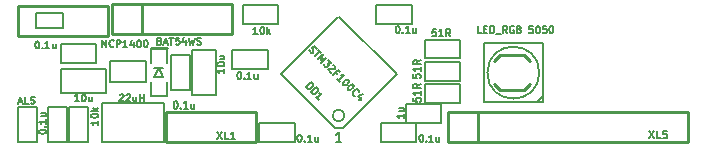
<source format=gto>
G04 (created by PCBNEW (2013-03-19 BZR 4004)-stable) date 24/05/2013 23:59:16*
%MOIN*%
G04 Gerber Fmt 3.4, Leading zero omitted, Abs format*
%FSLAX34Y34*%
G01*
G70*
G90*
G04 APERTURE LIST*
%ADD10C,0.006*%
%ADD11C,0.00787402*%
%ADD12C,0.005*%
%ADD13C,0.01*%
%ADD14C,0.00590551*%
%ADD15C,0.0059*%
%ADD16C,0.00625*%
%ADD17C,0.0063*%
G04 APERTURE END LIST*
G54D10*
G54D11*
X48149Y-41692D02*
X48070Y-41811D01*
X48228Y-42047D02*
X48070Y-42047D01*
X48149Y-41692D02*
X48149Y-42047D01*
G54D12*
X40541Y-40035D02*
X40541Y-39335D01*
X40541Y-39335D02*
X41741Y-39335D01*
X41741Y-39335D02*
X41741Y-40035D01*
X41741Y-40035D02*
X40541Y-40035D01*
X38053Y-37742D02*
X38953Y-37742D01*
X38953Y-37742D02*
X38953Y-38242D01*
X38953Y-38242D02*
X38053Y-38242D01*
X38053Y-38242D02*
X38053Y-37742D01*
G54D13*
X52787Y-42035D02*
X52787Y-41035D01*
X51787Y-42035D02*
X59787Y-42035D01*
X59787Y-42035D02*
X59787Y-41035D01*
X59787Y-41035D02*
X51787Y-41035D01*
X51787Y-41035D02*
X51787Y-42035D01*
X41598Y-37452D02*
X41598Y-38452D01*
X40598Y-37452D02*
X44598Y-37452D01*
X44598Y-37452D02*
X44598Y-38452D01*
X44598Y-38452D02*
X40598Y-38452D01*
X40598Y-38452D02*
X40598Y-37452D01*
X45397Y-42035D02*
X42397Y-42035D01*
X42397Y-42035D02*
X42397Y-41035D01*
X42397Y-41035D02*
X45397Y-41035D01*
X45397Y-41035D02*
X45397Y-42035D01*
X37476Y-37492D02*
X40476Y-37492D01*
X40476Y-37492D02*
X40476Y-38492D01*
X40476Y-38492D02*
X37476Y-38492D01*
X37476Y-38492D02*
X37476Y-37492D01*
G54D14*
X51023Y-39685D02*
X51023Y-39370D01*
X51023Y-39370D02*
X52204Y-39370D01*
X52204Y-39370D02*
X52204Y-40000D01*
X52204Y-40000D02*
X51023Y-40000D01*
X51023Y-40000D02*
X51023Y-39685D01*
X44960Y-37795D02*
X44960Y-37480D01*
X44960Y-37480D02*
X46141Y-37480D01*
X46141Y-37480D02*
X46141Y-38110D01*
X46141Y-38110D02*
X44960Y-38110D01*
X44960Y-38110D02*
X44960Y-37795D01*
X51023Y-38937D02*
X51023Y-38622D01*
X51023Y-38622D02*
X52204Y-38622D01*
X52204Y-38622D02*
X52204Y-39251D01*
X52204Y-39251D02*
X51023Y-39251D01*
X51023Y-39251D02*
X51023Y-38937D01*
X51023Y-40433D02*
X51023Y-40118D01*
X51023Y-40118D02*
X52204Y-40118D01*
X52204Y-40118D02*
X52204Y-40748D01*
X52204Y-40748D02*
X51023Y-40748D01*
X51023Y-40748D02*
X51023Y-40433D01*
X37795Y-40866D02*
X38110Y-40866D01*
X38110Y-40866D02*
X38110Y-42047D01*
X38110Y-42047D02*
X37480Y-42047D01*
X37480Y-42047D02*
X37480Y-40866D01*
X37480Y-40866D02*
X37795Y-40866D01*
X39488Y-42047D02*
X39173Y-42047D01*
X39173Y-42047D02*
X39173Y-40866D01*
X39173Y-40866D02*
X39803Y-40866D01*
X39803Y-40866D02*
X39803Y-42047D01*
X39803Y-42047D02*
X39488Y-42047D01*
G54D12*
X48163Y-37857D02*
X50084Y-39777D01*
X50084Y-39777D02*
X48288Y-41573D01*
X48274Y-41559D02*
X48024Y-41559D01*
X48024Y-41559D02*
X46229Y-39763D01*
X46229Y-39763D02*
X48136Y-37856D01*
X48346Y-41155D02*
G75*
G03X48346Y-41155I-196J0D01*
G74*
G01*
G54D15*
X54960Y-40511D02*
X54763Y-40708D01*
X54842Y-39724D02*
G75*
G03X54842Y-39724I-866J0D01*
G74*
G01*
X54960Y-38740D02*
X54960Y-40708D01*
X54960Y-40708D02*
X52992Y-40708D01*
X52992Y-40708D02*
X52992Y-38740D01*
X52992Y-38740D02*
X54960Y-38740D01*
G54D13*
X53543Y-40315D02*
X54331Y-40315D01*
X54331Y-40315D02*
X54528Y-40118D01*
X53346Y-40118D02*
X53543Y-40315D01*
X54528Y-39330D02*
X54331Y-39133D01*
X54331Y-39133D02*
X53543Y-39133D01*
X53543Y-39133D02*
X53346Y-39330D01*
G54D14*
X42322Y-41377D02*
X42322Y-42027D01*
X42322Y-42027D02*
X40275Y-42027D01*
X40275Y-42027D02*
X40275Y-40728D01*
X40275Y-40728D02*
X42322Y-40728D01*
X42322Y-40728D02*
X42322Y-41456D01*
G54D15*
X42015Y-39574D02*
X42315Y-39574D01*
X42165Y-39874D02*
X42315Y-39874D01*
X42315Y-39874D02*
X42165Y-39574D01*
X42165Y-39574D02*
X42015Y-39874D01*
X42015Y-39874D02*
X42165Y-39874D01*
G54D12*
X42441Y-38937D02*
X42441Y-38897D01*
G54D13*
X42441Y-38897D02*
X41889Y-38897D01*
G54D12*
X41889Y-38897D02*
X41889Y-38937D01*
X42441Y-39409D02*
X42441Y-38937D01*
X41889Y-38937D02*
X41889Y-39409D01*
X42441Y-40039D02*
X42441Y-40511D01*
X42441Y-40511D02*
X41889Y-40511D01*
X41889Y-40511D02*
X41889Y-40039D01*
G54D14*
X38889Y-39615D02*
X40385Y-39615D01*
X40385Y-39615D02*
X40385Y-40402D01*
X40385Y-40402D02*
X38889Y-40402D01*
X38889Y-40402D02*
X38889Y-39615D01*
X44055Y-38976D02*
X44055Y-40472D01*
X44055Y-40472D02*
X43267Y-40472D01*
X43267Y-40472D02*
X43267Y-38976D01*
X43267Y-38976D02*
X44055Y-38976D01*
X38885Y-39095D02*
X38885Y-38780D01*
X38885Y-38780D02*
X40066Y-38780D01*
X40066Y-38780D02*
X40066Y-39410D01*
X40066Y-39410D02*
X38885Y-39410D01*
X38885Y-39410D02*
X38885Y-39095D01*
X42874Y-39133D02*
X43188Y-39133D01*
X43188Y-39133D02*
X43188Y-40314D01*
X43188Y-40314D02*
X42559Y-40314D01*
X42559Y-40314D02*
X42559Y-39133D01*
X42559Y-39133D02*
X42874Y-39133D01*
X49409Y-37795D02*
X49409Y-37480D01*
X49409Y-37480D02*
X50590Y-37480D01*
X50590Y-37480D02*
X50590Y-38110D01*
X50590Y-38110D02*
X49409Y-38110D01*
X49409Y-38110D02*
X49409Y-37795D01*
X45787Y-39291D02*
X45787Y-39606D01*
X45787Y-39606D02*
X44606Y-39606D01*
X44606Y-39606D02*
X44606Y-38976D01*
X44606Y-38976D02*
X45787Y-38976D01*
X45787Y-38976D02*
X45787Y-39291D01*
X46692Y-41732D02*
X46692Y-42047D01*
X46692Y-42047D02*
X45511Y-42047D01*
X45511Y-42047D02*
X45511Y-41417D01*
X45511Y-41417D02*
X46692Y-41417D01*
X46692Y-41417D02*
X46692Y-41732D01*
X49566Y-41732D02*
X49566Y-41417D01*
X49566Y-41417D02*
X50748Y-41417D01*
X50748Y-41417D02*
X50748Y-42047D01*
X50748Y-42047D02*
X49566Y-42047D01*
X49566Y-42047D02*
X49566Y-41732D01*
X50393Y-41102D02*
X50393Y-40787D01*
X50393Y-40787D02*
X51574Y-40787D01*
X51574Y-40787D02*
X51574Y-41417D01*
X51574Y-41417D02*
X50393Y-41417D01*
X50393Y-41417D02*
X50393Y-41102D01*
X38779Y-42047D02*
X38464Y-42047D01*
X38464Y-42047D02*
X38464Y-40866D01*
X38464Y-40866D02*
X39094Y-40866D01*
X39094Y-40866D02*
X39094Y-42047D01*
X39094Y-42047D02*
X38779Y-42047D01*
X40269Y-38875D02*
X40269Y-38638D01*
X40404Y-38875D01*
X40404Y-38638D01*
X40652Y-38852D02*
X40641Y-38863D01*
X40607Y-38875D01*
X40584Y-38875D01*
X40551Y-38863D01*
X40528Y-38841D01*
X40517Y-38818D01*
X40506Y-38773D01*
X40506Y-38740D01*
X40517Y-38695D01*
X40528Y-38672D01*
X40551Y-38650D01*
X40584Y-38638D01*
X40607Y-38638D01*
X40641Y-38650D01*
X40652Y-38661D01*
X40753Y-38875D02*
X40753Y-38638D01*
X40843Y-38638D01*
X40866Y-38650D01*
X40877Y-38661D01*
X40888Y-38683D01*
X40888Y-38717D01*
X40877Y-38740D01*
X40866Y-38751D01*
X40843Y-38762D01*
X40753Y-38762D01*
X41113Y-38875D02*
X40978Y-38875D01*
X41046Y-38875D02*
X41046Y-38638D01*
X41023Y-38672D01*
X41001Y-38695D01*
X40978Y-38706D01*
X41316Y-38717D02*
X41316Y-38875D01*
X41259Y-38627D02*
X41203Y-38796D01*
X41349Y-38796D01*
X41484Y-38638D02*
X41507Y-38638D01*
X41529Y-38650D01*
X41541Y-38661D01*
X41552Y-38683D01*
X41563Y-38728D01*
X41563Y-38785D01*
X41552Y-38830D01*
X41541Y-38852D01*
X41529Y-38863D01*
X41507Y-38875D01*
X41484Y-38875D01*
X41462Y-38863D01*
X41451Y-38852D01*
X41439Y-38830D01*
X41428Y-38785D01*
X41428Y-38728D01*
X41439Y-38683D01*
X41451Y-38661D01*
X41462Y-38650D01*
X41484Y-38638D01*
X41709Y-38638D02*
X41732Y-38638D01*
X41754Y-38650D01*
X41766Y-38661D01*
X41777Y-38683D01*
X41788Y-38728D01*
X41788Y-38785D01*
X41777Y-38830D01*
X41766Y-38852D01*
X41754Y-38863D01*
X41732Y-38875D01*
X41709Y-38875D01*
X41687Y-38863D01*
X41676Y-38852D01*
X41664Y-38830D01*
X41653Y-38785D01*
X41653Y-38728D01*
X41664Y-38683D01*
X41676Y-38661D01*
X41687Y-38650D01*
X41709Y-38638D01*
G54D16*
X58515Y-41662D02*
X58681Y-41912D01*
X58681Y-41662D02*
X58515Y-41912D01*
X58896Y-41912D02*
X58777Y-41912D01*
X58777Y-41662D01*
X59098Y-41662D02*
X58979Y-41662D01*
X58967Y-41781D01*
X58979Y-41769D01*
X59003Y-41757D01*
X59062Y-41757D01*
X59086Y-41769D01*
X59098Y-41781D01*
X59110Y-41805D01*
X59110Y-41864D01*
X59098Y-41888D01*
X59086Y-41900D01*
X59062Y-41912D01*
X59003Y-41912D01*
X58979Y-41900D01*
X58967Y-41888D01*
G54D17*
G54D16*
X44105Y-41701D02*
X44272Y-41951D01*
X44272Y-41701D02*
X44105Y-41951D01*
X44486Y-41951D02*
X44367Y-41951D01*
X44367Y-41701D01*
X44701Y-41951D02*
X44558Y-41951D01*
X44629Y-41951D02*
X44629Y-41701D01*
X44605Y-41737D01*
X44582Y-41761D01*
X44558Y-41773D01*
G54D17*
G54D14*
X50646Y-39780D02*
X50646Y-39893D01*
X50759Y-39904D01*
X50748Y-39893D01*
X50736Y-39870D01*
X50736Y-39814D01*
X50748Y-39791D01*
X50759Y-39780D01*
X50781Y-39769D01*
X50838Y-39769D01*
X50860Y-39780D01*
X50871Y-39791D01*
X50883Y-39814D01*
X50883Y-39870D01*
X50871Y-39893D01*
X50860Y-39904D01*
X50883Y-39544D02*
X50883Y-39679D01*
X50883Y-39611D02*
X50646Y-39611D01*
X50680Y-39634D01*
X50703Y-39656D01*
X50714Y-39679D01*
X50883Y-39308D02*
X50770Y-39386D01*
X50883Y-39443D02*
X50646Y-39443D01*
X50646Y-39353D01*
X50658Y-39330D01*
X50669Y-39319D01*
X50691Y-39308D01*
X50725Y-39308D01*
X50748Y-39319D01*
X50759Y-39330D01*
X50770Y-39353D01*
X50770Y-39443D01*
X45449Y-38441D02*
X45314Y-38441D01*
X45382Y-38441D02*
X45382Y-38205D01*
X45359Y-38239D01*
X45337Y-38261D01*
X45314Y-38273D01*
X45595Y-38205D02*
X45618Y-38205D01*
X45640Y-38216D01*
X45652Y-38228D01*
X45663Y-38250D01*
X45674Y-38295D01*
X45674Y-38351D01*
X45663Y-38396D01*
X45652Y-38419D01*
X45640Y-38430D01*
X45618Y-38441D01*
X45595Y-38441D01*
X45573Y-38430D01*
X45562Y-38419D01*
X45550Y-38396D01*
X45539Y-38351D01*
X45539Y-38295D01*
X45550Y-38250D01*
X45562Y-38228D01*
X45573Y-38216D01*
X45595Y-38205D01*
X45775Y-38441D02*
X45775Y-38205D01*
X45798Y-38351D02*
X45865Y-38441D01*
X45865Y-38284D02*
X45775Y-38374D01*
X51400Y-38284D02*
X51287Y-38284D01*
X51276Y-38397D01*
X51287Y-38385D01*
X51310Y-38374D01*
X51366Y-38374D01*
X51389Y-38385D01*
X51400Y-38397D01*
X51411Y-38419D01*
X51411Y-38475D01*
X51400Y-38498D01*
X51389Y-38509D01*
X51366Y-38520D01*
X51310Y-38520D01*
X51287Y-38509D01*
X51276Y-38498D01*
X51636Y-38520D02*
X51501Y-38520D01*
X51569Y-38520D02*
X51569Y-38284D01*
X51546Y-38318D01*
X51524Y-38340D01*
X51501Y-38352D01*
X51872Y-38520D02*
X51794Y-38408D01*
X51737Y-38520D02*
X51737Y-38284D01*
X51827Y-38284D01*
X51850Y-38295D01*
X51861Y-38307D01*
X51872Y-38329D01*
X51872Y-38363D01*
X51861Y-38385D01*
X51850Y-38397D01*
X51827Y-38408D01*
X51737Y-38408D01*
X50646Y-40568D02*
X50646Y-40680D01*
X50759Y-40691D01*
X50748Y-40680D01*
X50736Y-40658D01*
X50736Y-40601D01*
X50748Y-40579D01*
X50759Y-40568D01*
X50781Y-40556D01*
X50838Y-40556D01*
X50860Y-40568D01*
X50871Y-40579D01*
X50883Y-40601D01*
X50883Y-40658D01*
X50871Y-40680D01*
X50860Y-40691D01*
X50883Y-40331D02*
X50883Y-40466D01*
X50883Y-40399D02*
X50646Y-40399D01*
X50680Y-40421D01*
X50703Y-40444D01*
X50714Y-40466D01*
X50883Y-40095D02*
X50770Y-40174D01*
X50883Y-40230D02*
X50646Y-40230D01*
X50646Y-40140D01*
X50658Y-40118D01*
X50669Y-40106D01*
X50691Y-40095D01*
X50725Y-40095D01*
X50748Y-40106D01*
X50759Y-40118D01*
X50770Y-40140D01*
X50770Y-40230D01*
X37491Y-40697D02*
X37604Y-40697D01*
X37469Y-40764D02*
X37547Y-40528D01*
X37626Y-40764D01*
X37817Y-40764D02*
X37705Y-40764D01*
X37705Y-40528D01*
X37885Y-40753D02*
X37919Y-40764D01*
X37975Y-40764D01*
X37997Y-40753D01*
X38008Y-40742D01*
X38020Y-40719D01*
X38020Y-40697D01*
X38008Y-40674D01*
X37997Y-40663D01*
X37975Y-40652D01*
X37930Y-40641D01*
X37907Y-40629D01*
X37896Y-40618D01*
X37885Y-40596D01*
X37885Y-40573D01*
X37896Y-40551D01*
X37907Y-40539D01*
X37930Y-40528D01*
X37986Y-40528D01*
X38020Y-40539D01*
X40134Y-41321D02*
X40134Y-41456D01*
X40134Y-41389D02*
X39898Y-41389D01*
X39932Y-41411D01*
X39955Y-41434D01*
X39966Y-41456D01*
X39898Y-41175D02*
X39898Y-41152D01*
X39910Y-41130D01*
X39921Y-41119D01*
X39943Y-41107D01*
X39988Y-41096D01*
X40044Y-41096D01*
X40089Y-41107D01*
X40112Y-41119D01*
X40123Y-41130D01*
X40134Y-41152D01*
X40134Y-41175D01*
X40123Y-41197D01*
X40112Y-41209D01*
X40089Y-41220D01*
X40044Y-41231D01*
X39988Y-41231D01*
X39943Y-41220D01*
X39921Y-41209D01*
X39910Y-41197D01*
X39898Y-41175D01*
X40134Y-40995D02*
X39898Y-40995D01*
X40044Y-40973D02*
X40134Y-40905D01*
X39977Y-40905D02*
X40067Y-40995D01*
G54D15*
X47068Y-40209D02*
X47235Y-40042D01*
X47275Y-40082D01*
X47291Y-40114D01*
X47291Y-40145D01*
X47283Y-40169D01*
X47259Y-40209D01*
X47235Y-40233D01*
X47195Y-40257D01*
X47171Y-40265D01*
X47140Y-40265D01*
X47108Y-40249D01*
X47068Y-40209D01*
X47235Y-40376D02*
X47402Y-40209D01*
X47442Y-40249D01*
X47458Y-40281D01*
X47458Y-40312D01*
X47450Y-40336D01*
X47426Y-40376D01*
X47402Y-40400D01*
X47362Y-40424D01*
X47338Y-40431D01*
X47307Y-40431D01*
X47275Y-40416D01*
X47235Y-40376D01*
X47489Y-40630D02*
X47394Y-40535D01*
X47442Y-40582D02*
X47609Y-40416D01*
X47569Y-40424D01*
X47537Y-40424D01*
X47513Y-40416D01*
X47172Y-38985D02*
X47188Y-39016D01*
X47228Y-39056D01*
X47252Y-39064D01*
X47268Y-39064D01*
X47292Y-39056D01*
X47307Y-39040D01*
X47315Y-39016D01*
X47315Y-39000D01*
X47307Y-38977D01*
X47284Y-38937D01*
X47276Y-38913D01*
X47276Y-38897D01*
X47284Y-38873D01*
X47300Y-38857D01*
X47323Y-38849D01*
X47339Y-38849D01*
X47363Y-38857D01*
X47403Y-38897D01*
X47419Y-38929D01*
X47474Y-38969D02*
X47570Y-39064D01*
X47355Y-39183D02*
X47522Y-39016D01*
X47458Y-39286D02*
X47625Y-39120D01*
X47562Y-39294D01*
X47737Y-39231D01*
X47570Y-39398D01*
X47800Y-39294D02*
X47903Y-39398D01*
X47784Y-39406D01*
X47808Y-39430D01*
X47816Y-39453D01*
X47816Y-39469D01*
X47808Y-39493D01*
X47768Y-39533D01*
X47745Y-39541D01*
X47729Y-39541D01*
X47705Y-39533D01*
X47657Y-39485D01*
X47649Y-39461D01*
X47649Y-39445D01*
X47951Y-39477D02*
X47967Y-39477D01*
X47991Y-39485D01*
X48031Y-39525D01*
X48039Y-39549D01*
X48039Y-39565D01*
X48031Y-39588D01*
X48015Y-39604D01*
X47983Y-39620D01*
X47792Y-39620D01*
X47896Y-39724D01*
X48110Y-39763D02*
X48054Y-39708D01*
X47967Y-39795D02*
X48134Y-39628D01*
X48213Y-39708D01*
X48198Y-40026D02*
X48102Y-39930D01*
X48150Y-39978D02*
X48317Y-39811D01*
X48277Y-39819D01*
X48245Y-39819D01*
X48221Y-39811D01*
X48468Y-39962D02*
X48484Y-39978D01*
X48492Y-40002D01*
X48492Y-40018D01*
X48484Y-40041D01*
X48460Y-40081D01*
X48420Y-40121D01*
X48380Y-40145D01*
X48356Y-40153D01*
X48341Y-40153D01*
X48317Y-40145D01*
X48301Y-40129D01*
X48293Y-40105D01*
X48293Y-40089D01*
X48301Y-40065D01*
X48325Y-40026D01*
X48364Y-39986D01*
X48404Y-39962D01*
X48428Y-39954D01*
X48444Y-39954D01*
X48468Y-39962D01*
X48627Y-40121D02*
X48643Y-40137D01*
X48650Y-40161D01*
X48650Y-40176D01*
X48643Y-40200D01*
X48619Y-40240D01*
X48579Y-40280D01*
X48539Y-40304D01*
X48515Y-40312D01*
X48499Y-40312D01*
X48476Y-40304D01*
X48460Y-40288D01*
X48452Y-40264D01*
X48452Y-40248D01*
X48460Y-40224D01*
X48484Y-40184D01*
X48523Y-40145D01*
X48563Y-40121D01*
X48587Y-40113D01*
X48603Y-40113D01*
X48627Y-40121D01*
X48698Y-40494D02*
X48682Y-40494D01*
X48650Y-40478D01*
X48635Y-40463D01*
X48619Y-40431D01*
X48619Y-40399D01*
X48627Y-40375D01*
X48650Y-40335D01*
X48674Y-40312D01*
X48714Y-40288D01*
X48738Y-40280D01*
X48770Y-40280D01*
X48801Y-40296D01*
X48817Y-40312D01*
X48833Y-40343D01*
X48833Y-40359D01*
X48937Y-40542D02*
X48825Y-40653D01*
X48960Y-40439D02*
X48801Y-40518D01*
X48905Y-40622D01*
X52920Y-38402D02*
X52807Y-38402D01*
X52807Y-38166D01*
X52998Y-38278D02*
X53077Y-38278D01*
X53111Y-38402D02*
X52998Y-38402D01*
X52998Y-38166D01*
X53111Y-38166D01*
X53212Y-38402D02*
X53212Y-38166D01*
X53268Y-38166D01*
X53302Y-38177D01*
X53324Y-38200D01*
X53335Y-38222D01*
X53347Y-38267D01*
X53347Y-38301D01*
X53335Y-38346D01*
X53324Y-38368D01*
X53302Y-38391D01*
X53268Y-38402D01*
X53212Y-38402D01*
X53392Y-38425D02*
X53571Y-38425D01*
X53762Y-38402D02*
X53684Y-38290D01*
X53628Y-38402D02*
X53628Y-38166D01*
X53717Y-38166D01*
X53740Y-38177D01*
X53751Y-38189D01*
X53762Y-38211D01*
X53762Y-38245D01*
X53751Y-38267D01*
X53740Y-38278D01*
X53717Y-38290D01*
X53628Y-38290D01*
X53987Y-38177D02*
X53965Y-38166D01*
X53931Y-38166D01*
X53897Y-38177D01*
X53875Y-38200D01*
X53864Y-38222D01*
X53852Y-38267D01*
X53852Y-38301D01*
X53864Y-38346D01*
X53875Y-38368D01*
X53897Y-38391D01*
X53931Y-38402D01*
X53953Y-38402D01*
X53987Y-38391D01*
X53998Y-38380D01*
X53998Y-38301D01*
X53953Y-38301D01*
X54178Y-38278D02*
X54212Y-38290D01*
X54223Y-38301D01*
X54234Y-38323D01*
X54234Y-38357D01*
X54223Y-38380D01*
X54212Y-38391D01*
X54189Y-38402D01*
X54100Y-38402D01*
X54100Y-38166D01*
X54178Y-38166D01*
X54201Y-38177D01*
X54212Y-38189D01*
X54223Y-38211D01*
X54223Y-38234D01*
X54212Y-38256D01*
X54201Y-38267D01*
X54178Y-38278D01*
X54100Y-38278D01*
X54628Y-38166D02*
X54515Y-38166D01*
X54504Y-38278D01*
X54515Y-38267D01*
X54538Y-38256D01*
X54594Y-38256D01*
X54617Y-38267D01*
X54628Y-38278D01*
X54639Y-38301D01*
X54639Y-38357D01*
X54628Y-38380D01*
X54617Y-38391D01*
X54594Y-38402D01*
X54538Y-38402D01*
X54515Y-38391D01*
X54504Y-38380D01*
X54785Y-38166D02*
X54808Y-38166D01*
X54830Y-38177D01*
X54841Y-38189D01*
X54853Y-38211D01*
X54864Y-38256D01*
X54864Y-38312D01*
X54853Y-38357D01*
X54841Y-38380D01*
X54830Y-38391D01*
X54808Y-38402D01*
X54785Y-38402D01*
X54763Y-38391D01*
X54751Y-38380D01*
X54740Y-38357D01*
X54729Y-38312D01*
X54729Y-38256D01*
X54740Y-38211D01*
X54751Y-38189D01*
X54763Y-38177D01*
X54785Y-38166D01*
X55077Y-38166D02*
X54965Y-38166D01*
X54954Y-38278D01*
X54965Y-38267D01*
X54987Y-38256D01*
X55044Y-38256D01*
X55066Y-38267D01*
X55077Y-38278D01*
X55089Y-38301D01*
X55089Y-38357D01*
X55077Y-38380D01*
X55066Y-38391D01*
X55044Y-38402D01*
X54987Y-38402D01*
X54965Y-38391D01*
X54954Y-38380D01*
X55235Y-38166D02*
X55257Y-38166D01*
X55280Y-38177D01*
X55291Y-38189D01*
X55302Y-38211D01*
X55313Y-38256D01*
X55313Y-38312D01*
X55302Y-38357D01*
X55291Y-38380D01*
X55280Y-38391D01*
X55257Y-38402D01*
X55235Y-38402D01*
X55212Y-38391D01*
X55201Y-38380D01*
X55190Y-38357D01*
X55178Y-38312D01*
X55178Y-38256D01*
X55190Y-38211D01*
X55201Y-38189D01*
X55212Y-38177D01*
X55235Y-38166D01*
G54D14*
X40849Y-40472D02*
X40860Y-40461D01*
X40883Y-40449D01*
X40939Y-40449D01*
X40961Y-40461D01*
X40973Y-40472D01*
X40984Y-40494D01*
X40984Y-40517D01*
X40973Y-40551D01*
X40838Y-40686D01*
X40984Y-40686D01*
X41074Y-40472D02*
X41085Y-40461D01*
X41107Y-40449D01*
X41164Y-40449D01*
X41186Y-40461D01*
X41197Y-40472D01*
X41209Y-40494D01*
X41209Y-40517D01*
X41197Y-40551D01*
X41062Y-40686D01*
X41209Y-40686D01*
X41411Y-40528D02*
X41411Y-40686D01*
X41310Y-40528D02*
X41310Y-40652D01*
X41321Y-40674D01*
X41344Y-40686D01*
X41377Y-40686D01*
X41400Y-40674D01*
X41411Y-40663D01*
X41524Y-40686D02*
X41524Y-40449D01*
X41524Y-40562D02*
X41659Y-40562D01*
X41659Y-40686D02*
X41659Y-40449D01*
G54D15*
X42188Y-38672D02*
X42222Y-38683D01*
X42233Y-38695D01*
X42244Y-38717D01*
X42244Y-38751D01*
X42233Y-38773D01*
X42222Y-38785D01*
X42199Y-38796D01*
X42109Y-38796D01*
X42109Y-38560D01*
X42188Y-38560D01*
X42210Y-38571D01*
X42222Y-38582D01*
X42233Y-38605D01*
X42233Y-38627D01*
X42222Y-38650D01*
X42210Y-38661D01*
X42188Y-38672D01*
X42109Y-38672D01*
X42334Y-38728D02*
X42446Y-38728D01*
X42312Y-38796D02*
X42390Y-38560D01*
X42469Y-38796D01*
X42514Y-38560D02*
X42649Y-38560D01*
X42581Y-38796D02*
X42581Y-38560D01*
X42840Y-38560D02*
X42727Y-38560D01*
X42716Y-38672D01*
X42727Y-38661D01*
X42750Y-38650D01*
X42806Y-38650D01*
X42829Y-38661D01*
X42840Y-38672D01*
X42851Y-38695D01*
X42851Y-38751D01*
X42840Y-38773D01*
X42829Y-38785D01*
X42806Y-38796D01*
X42750Y-38796D01*
X42727Y-38785D01*
X42716Y-38773D01*
X43053Y-38638D02*
X43053Y-38796D01*
X42997Y-38549D02*
X42941Y-38717D01*
X43087Y-38717D01*
X43154Y-38560D02*
X43211Y-38796D01*
X43256Y-38627D01*
X43301Y-38796D01*
X43357Y-38560D01*
X43435Y-38785D02*
X43469Y-38796D01*
X43525Y-38796D01*
X43548Y-38785D01*
X43559Y-38773D01*
X43570Y-38751D01*
X43570Y-38728D01*
X43559Y-38706D01*
X43548Y-38695D01*
X43525Y-38683D01*
X43480Y-38672D01*
X43458Y-38661D01*
X43447Y-38650D01*
X43435Y-38627D01*
X43435Y-38605D01*
X43447Y-38582D01*
X43458Y-38571D01*
X43480Y-38560D01*
X43537Y-38560D01*
X43570Y-38571D01*
G54D14*
X39493Y-40686D02*
X39358Y-40686D01*
X39426Y-40686D02*
X39426Y-40449D01*
X39403Y-40483D01*
X39381Y-40506D01*
X39358Y-40517D01*
X39640Y-40449D02*
X39662Y-40449D01*
X39685Y-40461D01*
X39696Y-40472D01*
X39707Y-40494D01*
X39718Y-40539D01*
X39718Y-40596D01*
X39707Y-40641D01*
X39696Y-40663D01*
X39685Y-40674D01*
X39662Y-40686D01*
X39640Y-40686D01*
X39617Y-40674D01*
X39606Y-40663D01*
X39595Y-40641D01*
X39583Y-40596D01*
X39583Y-40539D01*
X39595Y-40494D01*
X39606Y-40472D01*
X39617Y-40461D01*
X39640Y-40449D01*
X39921Y-40528D02*
X39921Y-40686D01*
X39820Y-40528D02*
X39820Y-40652D01*
X39831Y-40674D01*
X39853Y-40686D01*
X39887Y-40686D01*
X39910Y-40674D01*
X39921Y-40663D01*
X44347Y-39600D02*
X44347Y-39735D01*
X44347Y-39668D02*
X44111Y-39668D01*
X44145Y-39690D01*
X44167Y-39713D01*
X44178Y-39735D01*
X44111Y-39454D02*
X44111Y-39431D01*
X44122Y-39409D01*
X44133Y-39398D01*
X44156Y-39386D01*
X44201Y-39375D01*
X44257Y-39375D01*
X44302Y-39386D01*
X44325Y-39398D01*
X44336Y-39409D01*
X44347Y-39431D01*
X44347Y-39454D01*
X44336Y-39476D01*
X44325Y-39488D01*
X44302Y-39499D01*
X44257Y-39510D01*
X44201Y-39510D01*
X44156Y-39499D01*
X44133Y-39488D01*
X44122Y-39476D01*
X44111Y-39454D01*
X44190Y-39173D02*
X44347Y-39173D01*
X44190Y-39274D02*
X44313Y-39274D01*
X44336Y-39263D01*
X44347Y-39240D01*
X44347Y-39206D01*
X44336Y-39184D01*
X44325Y-39173D01*
X38098Y-38678D02*
X38121Y-38678D01*
X38143Y-38689D01*
X38155Y-38700D01*
X38166Y-38723D01*
X38177Y-38768D01*
X38177Y-38824D01*
X38166Y-38869D01*
X38155Y-38892D01*
X38143Y-38903D01*
X38121Y-38914D01*
X38098Y-38914D01*
X38076Y-38903D01*
X38065Y-38892D01*
X38053Y-38869D01*
X38042Y-38824D01*
X38042Y-38768D01*
X38053Y-38723D01*
X38065Y-38700D01*
X38076Y-38689D01*
X38098Y-38678D01*
X38278Y-38892D02*
X38290Y-38903D01*
X38278Y-38914D01*
X38267Y-38903D01*
X38278Y-38892D01*
X38278Y-38914D01*
X38515Y-38914D02*
X38380Y-38914D01*
X38447Y-38914D02*
X38447Y-38678D01*
X38425Y-38712D01*
X38402Y-38734D01*
X38380Y-38745D01*
X38717Y-38757D02*
X38717Y-38914D01*
X38616Y-38757D02*
X38616Y-38880D01*
X38627Y-38903D01*
X38650Y-38914D01*
X38683Y-38914D01*
X38706Y-38903D01*
X38717Y-38892D01*
X42705Y-40686D02*
X42727Y-40686D01*
X42750Y-40697D01*
X42761Y-40708D01*
X42772Y-40731D01*
X42784Y-40776D01*
X42784Y-40832D01*
X42772Y-40877D01*
X42761Y-40899D01*
X42750Y-40911D01*
X42727Y-40922D01*
X42705Y-40922D01*
X42682Y-40911D01*
X42671Y-40899D01*
X42660Y-40877D01*
X42649Y-40832D01*
X42649Y-40776D01*
X42660Y-40731D01*
X42671Y-40708D01*
X42682Y-40697D01*
X42705Y-40686D01*
X42885Y-40899D02*
X42896Y-40911D01*
X42885Y-40922D01*
X42874Y-40911D01*
X42885Y-40899D01*
X42885Y-40922D01*
X43121Y-40922D02*
X42986Y-40922D01*
X43053Y-40922D02*
X43053Y-40686D01*
X43031Y-40719D01*
X43008Y-40742D01*
X42986Y-40753D01*
X43323Y-40764D02*
X43323Y-40922D01*
X43222Y-40764D02*
X43222Y-40888D01*
X43233Y-40911D01*
X43256Y-40922D01*
X43290Y-40922D01*
X43312Y-40911D01*
X43323Y-40899D01*
X50106Y-38166D02*
X50129Y-38166D01*
X50151Y-38177D01*
X50163Y-38188D01*
X50174Y-38211D01*
X50185Y-38256D01*
X50185Y-38312D01*
X50174Y-38357D01*
X50163Y-38380D01*
X50151Y-38391D01*
X50129Y-38402D01*
X50106Y-38402D01*
X50084Y-38391D01*
X50073Y-38380D01*
X50061Y-38357D01*
X50050Y-38312D01*
X50050Y-38256D01*
X50061Y-38211D01*
X50073Y-38188D01*
X50084Y-38177D01*
X50106Y-38166D01*
X50286Y-38380D02*
X50298Y-38391D01*
X50286Y-38402D01*
X50275Y-38391D01*
X50286Y-38380D01*
X50286Y-38402D01*
X50523Y-38402D02*
X50388Y-38402D01*
X50455Y-38402D02*
X50455Y-38166D01*
X50433Y-38200D01*
X50410Y-38222D01*
X50388Y-38233D01*
X50725Y-38245D02*
X50725Y-38402D01*
X50624Y-38245D02*
X50624Y-38368D01*
X50635Y-38391D01*
X50658Y-38402D01*
X50691Y-38402D01*
X50714Y-38391D01*
X50725Y-38380D01*
X44831Y-39701D02*
X44853Y-39701D01*
X44876Y-39713D01*
X44887Y-39724D01*
X44898Y-39746D01*
X44910Y-39791D01*
X44910Y-39848D01*
X44898Y-39893D01*
X44887Y-39915D01*
X44876Y-39926D01*
X44853Y-39938D01*
X44831Y-39938D01*
X44808Y-39926D01*
X44797Y-39915D01*
X44786Y-39893D01*
X44775Y-39848D01*
X44775Y-39791D01*
X44786Y-39746D01*
X44797Y-39724D01*
X44808Y-39713D01*
X44831Y-39701D01*
X45011Y-39915D02*
X45022Y-39926D01*
X45011Y-39938D01*
X45000Y-39926D01*
X45011Y-39915D01*
X45011Y-39938D01*
X45247Y-39938D02*
X45112Y-39938D01*
X45179Y-39938D02*
X45179Y-39701D01*
X45157Y-39735D01*
X45134Y-39758D01*
X45112Y-39769D01*
X45449Y-39780D02*
X45449Y-39938D01*
X45348Y-39780D02*
X45348Y-39904D01*
X45359Y-39926D01*
X45382Y-39938D01*
X45416Y-39938D01*
X45438Y-39926D01*
X45449Y-39915D01*
X46839Y-41788D02*
X46861Y-41788D01*
X46884Y-41799D01*
X46895Y-41811D01*
X46906Y-41833D01*
X46917Y-41878D01*
X46917Y-41934D01*
X46906Y-41979D01*
X46895Y-42002D01*
X46884Y-42013D01*
X46861Y-42024D01*
X46839Y-42024D01*
X46816Y-42013D01*
X46805Y-42002D01*
X46794Y-41979D01*
X46782Y-41934D01*
X46782Y-41878D01*
X46794Y-41833D01*
X46805Y-41811D01*
X46816Y-41799D01*
X46839Y-41788D01*
X47019Y-42002D02*
X47030Y-42013D01*
X47019Y-42024D01*
X47007Y-42013D01*
X47019Y-42002D01*
X47019Y-42024D01*
X47255Y-42024D02*
X47120Y-42024D01*
X47187Y-42024D02*
X47187Y-41788D01*
X47165Y-41822D01*
X47142Y-41844D01*
X47120Y-41856D01*
X47457Y-41867D02*
X47457Y-42024D01*
X47356Y-41867D02*
X47356Y-41991D01*
X47367Y-42013D01*
X47390Y-42024D01*
X47424Y-42024D01*
X47446Y-42013D01*
X47457Y-42002D01*
X50894Y-41788D02*
X50916Y-41788D01*
X50939Y-41799D01*
X50950Y-41811D01*
X50961Y-41833D01*
X50973Y-41878D01*
X50973Y-41934D01*
X50961Y-41979D01*
X50950Y-42002D01*
X50939Y-42013D01*
X50916Y-42024D01*
X50894Y-42024D01*
X50871Y-42013D01*
X50860Y-42002D01*
X50849Y-41979D01*
X50838Y-41934D01*
X50838Y-41878D01*
X50849Y-41833D01*
X50860Y-41811D01*
X50871Y-41799D01*
X50894Y-41788D01*
X51074Y-42002D02*
X51085Y-42013D01*
X51074Y-42024D01*
X51062Y-42013D01*
X51074Y-42002D01*
X51074Y-42024D01*
X51310Y-42024D02*
X51175Y-42024D01*
X51242Y-42024D02*
X51242Y-41788D01*
X51220Y-41822D01*
X51197Y-41844D01*
X51175Y-41856D01*
X51512Y-41867D02*
X51512Y-42024D01*
X51411Y-41867D02*
X51411Y-41991D01*
X51422Y-42013D01*
X51445Y-42024D01*
X51479Y-42024D01*
X51501Y-42013D01*
X51512Y-42002D01*
X50331Y-41102D02*
X50331Y-41237D01*
X50331Y-41169D02*
X50095Y-41169D01*
X50129Y-41192D01*
X50151Y-41214D01*
X50163Y-41237D01*
X50174Y-40899D02*
X50331Y-40899D01*
X50174Y-41001D02*
X50298Y-41001D01*
X50320Y-40989D01*
X50331Y-40967D01*
X50331Y-40933D01*
X50320Y-40911D01*
X50309Y-40899D01*
X38166Y-41704D02*
X38166Y-41681D01*
X38177Y-41659D01*
X38188Y-41647D01*
X38211Y-41636D01*
X38256Y-41625D01*
X38312Y-41625D01*
X38357Y-41636D01*
X38380Y-41647D01*
X38391Y-41659D01*
X38402Y-41681D01*
X38402Y-41704D01*
X38391Y-41726D01*
X38380Y-41737D01*
X38357Y-41749D01*
X38312Y-41760D01*
X38256Y-41760D01*
X38211Y-41749D01*
X38188Y-41737D01*
X38177Y-41726D01*
X38166Y-41704D01*
X38380Y-41524D02*
X38391Y-41512D01*
X38402Y-41524D01*
X38391Y-41535D01*
X38380Y-41524D01*
X38402Y-41524D01*
X38402Y-41287D02*
X38402Y-41422D01*
X38402Y-41355D02*
X38166Y-41355D01*
X38200Y-41377D01*
X38222Y-41400D01*
X38233Y-41422D01*
X38245Y-41085D02*
X38402Y-41085D01*
X38245Y-41186D02*
X38368Y-41186D01*
X38391Y-41175D01*
X38402Y-41152D01*
X38402Y-41119D01*
X38391Y-41096D01*
X38380Y-41085D01*
M02*

</source>
